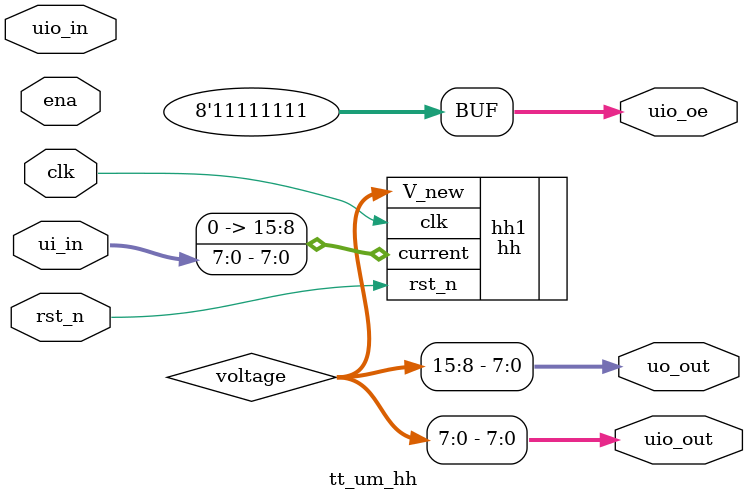
<source format=v>
`default_nettype none

module tt_um_hh  (
    input  wire [7:0] ui_in,    // Dedicated inputs - connected to the input switches
    output wire [7:0] uo_out,   // Dedicated outputs - connected to the 7 segment display
    input  wire [7:0] uio_in,   // IOs: Bidirectional Input path
    output wire [7:0] uio_out,  // IOs: Bidirectional Output path
    output wire [7:0] uio_oe,   // IOs: Bidirectional Enable path (active high: 0=input, 1=output)
    input  wire       ena,      // will go high when the design is enabled
    input  wire       clk,      // clock
    input  wire       rst_n     // reset_n - low to reset
);

    wire [15:0] voltage;

    // use bidirectionals as outputs
    assign uio_oe = 8'b11111111;
    // assign ena = 1'b1;
    // assign uio_out = 8'b00000000;

    assign uo_out       = voltage[15:8];
    assign uio_out      = voltage[7:0];
    // assign uio_out[1:0] = 2'b00;

    // instantiate hh neuron
    hh hh1(.current({8'b0, ui_in}), .clk(clk), .rst_n(rst_n), .V_new(voltage));

endmodule

</source>
